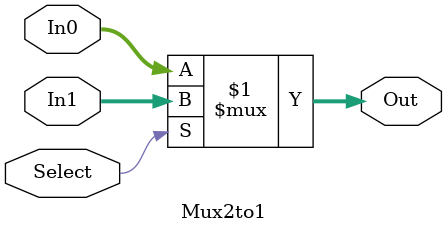
<source format=v>
module Mux2to1 #(parameter WIDTH = 32)(
    input [WIDTH-1:0] In0,
    input [WIDTH-1:0] In1,
    input Select,
    output [WIDTH-1:0] Out
);
    assign Out = Select ? In1 : In0;
endmodule
</source>
